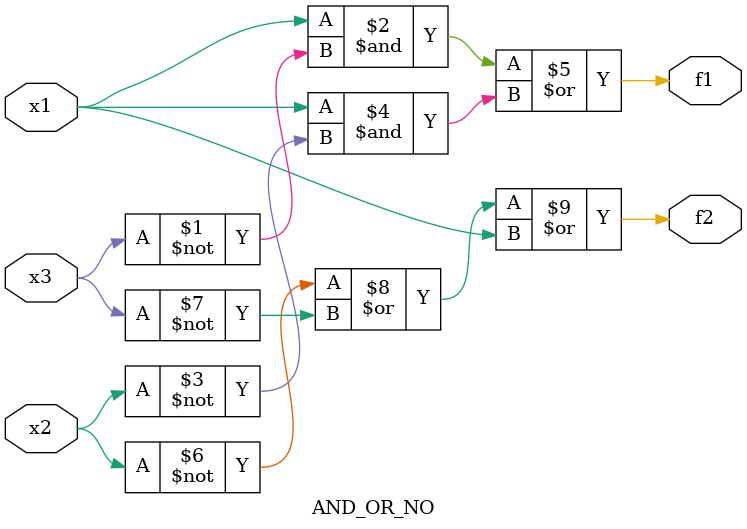
<source format=v>
module AND_OR_NO (x1, x2, x3, f1, f2);
  input x1, x2, x3;
  output f1, f2;
  assign f1 = ( x1 & ~x3 )|( x1 & ~x2 );
  assign f2 = ( ~x2 | ~x3 )|(x1);
endmodule

</source>
